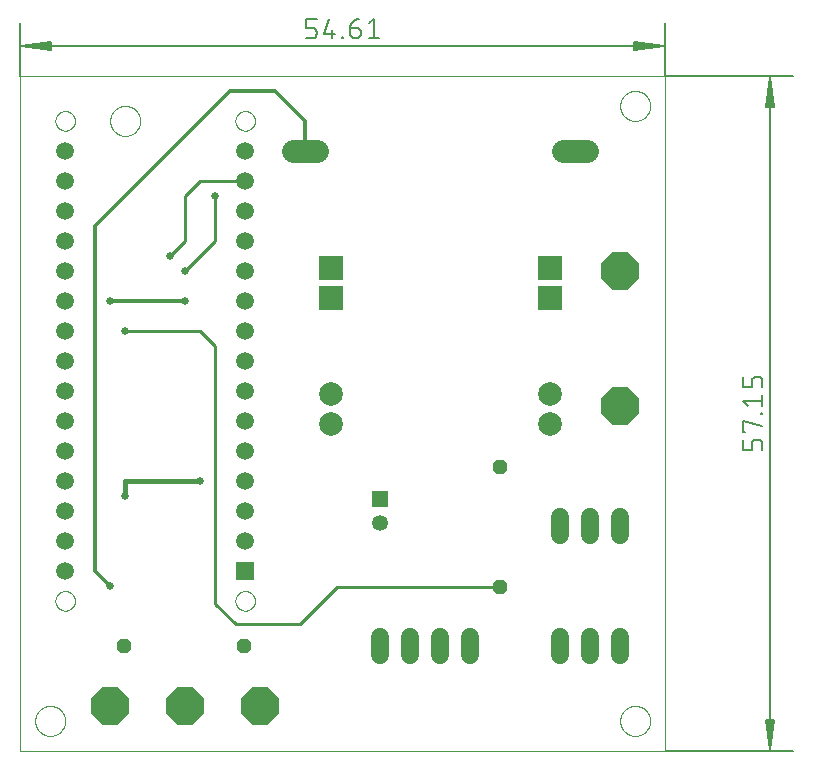
<source format=gtl>
G75*
%MOIN*%
%OFA0B0*%
%FSLAX25Y25*%
%IPPOS*%
%LPD*%
%AMOC8*
5,1,8,0,0,1.08239X$1,22.5*
%
%ADD10C,0.00000*%
%ADD11C,0.00512*%
%ADD12C,0.00600*%
%ADD13C,0.07800*%
%ADD14R,0.05906X0.05906*%
%ADD15C,0.05906*%
%ADD16OC8,0.12500*%
%ADD17C,0.07874*%
%ADD18R,0.07874X0.07874*%
%ADD19C,0.06000*%
%ADD20R,0.05315X0.05315*%
%ADD21C,0.05315*%
%ADD22OC8,0.04800*%
%ADD23C,0.02578*%
%ADD24C,0.01200*%
%ADD25C,0.01600*%
%ADD26C,0.01000*%
D10*
X0002667Y0001256D02*
X0002667Y0226217D01*
X0217667Y0226256D01*
X0217667Y0001256D01*
X0002667Y0001256D01*
X0007667Y0011256D02*
X0007669Y0011397D01*
X0007675Y0011538D01*
X0007685Y0011678D01*
X0007699Y0011818D01*
X0007717Y0011958D01*
X0007738Y0012097D01*
X0007764Y0012236D01*
X0007793Y0012374D01*
X0007827Y0012510D01*
X0007864Y0012646D01*
X0007905Y0012781D01*
X0007950Y0012915D01*
X0007999Y0013047D01*
X0008051Y0013178D01*
X0008107Y0013307D01*
X0008167Y0013434D01*
X0008230Y0013560D01*
X0008296Y0013684D01*
X0008367Y0013807D01*
X0008440Y0013927D01*
X0008517Y0014045D01*
X0008597Y0014161D01*
X0008681Y0014274D01*
X0008767Y0014385D01*
X0008857Y0014494D01*
X0008950Y0014600D01*
X0009045Y0014703D01*
X0009144Y0014804D01*
X0009245Y0014902D01*
X0009349Y0014997D01*
X0009456Y0015089D01*
X0009565Y0015178D01*
X0009677Y0015263D01*
X0009791Y0015346D01*
X0009907Y0015426D01*
X0010026Y0015502D01*
X0010147Y0015574D01*
X0010269Y0015644D01*
X0010394Y0015709D01*
X0010520Y0015772D01*
X0010648Y0015830D01*
X0010778Y0015885D01*
X0010909Y0015937D01*
X0011042Y0015984D01*
X0011176Y0016028D01*
X0011311Y0016069D01*
X0011447Y0016105D01*
X0011584Y0016137D01*
X0011722Y0016166D01*
X0011860Y0016191D01*
X0012000Y0016211D01*
X0012140Y0016228D01*
X0012280Y0016241D01*
X0012421Y0016250D01*
X0012561Y0016255D01*
X0012702Y0016256D01*
X0012843Y0016253D01*
X0012984Y0016246D01*
X0013124Y0016235D01*
X0013264Y0016220D01*
X0013404Y0016201D01*
X0013543Y0016179D01*
X0013681Y0016152D01*
X0013819Y0016122D01*
X0013955Y0016087D01*
X0014091Y0016049D01*
X0014225Y0016007D01*
X0014359Y0015961D01*
X0014491Y0015912D01*
X0014621Y0015858D01*
X0014750Y0015801D01*
X0014877Y0015741D01*
X0015003Y0015677D01*
X0015126Y0015609D01*
X0015248Y0015538D01*
X0015368Y0015464D01*
X0015485Y0015386D01*
X0015600Y0015305D01*
X0015713Y0015221D01*
X0015824Y0015134D01*
X0015932Y0015043D01*
X0016037Y0014950D01*
X0016140Y0014853D01*
X0016240Y0014754D01*
X0016337Y0014652D01*
X0016431Y0014547D01*
X0016522Y0014440D01*
X0016610Y0014330D01*
X0016695Y0014218D01*
X0016777Y0014103D01*
X0016856Y0013986D01*
X0016931Y0013867D01*
X0017003Y0013746D01*
X0017071Y0013623D01*
X0017136Y0013498D01*
X0017198Y0013371D01*
X0017255Y0013242D01*
X0017310Y0013112D01*
X0017360Y0012981D01*
X0017407Y0012848D01*
X0017450Y0012714D01*
X0017489Y0012578D01*
X0017524Y0012442D01*
X0017556Y0012305D01*
X0017583Y0012167D01*
X0017607Y0012028D01*
X0017627Y0011888D01*
X0017643Y0011748D01*
X0017655Y0011608D01*
X0017663Y0011467D01*
X0017667Y0011326D01*
X0017667Y0011186D01*
X0017663Y0011045D01*
X0017655Y0010904D01*
X0017643Y0010764D01*
X0017627Y0010624D01*
X0017607Y0010484D01*
X0017583Y0010345D01*
X0017556Y0010207D01*
X0017524Y0010070D01*
X0017489Y0009934D01*
X0017450Y0009798D01*
X0017407Y0009664D01*
X0017360Y0009531D01*
X0017310Y0009400D01*
X0017255Y0009270D01*
X0017198Y0009141D01*
X0017136Y0009014D01*
X0017071Y0008889D01*
X0017003Y0008766D01*
X0016931Y0008645D01*
X0016856Y0008526D01*
X0016777Y0008409D01*
X0016695Y0008294D01*
X0016610Y0008182D01*
X0016522Y0008072D01*
X0016431Y0007965D01*
X0016337Y0007860D01*
X0016240Y0007758D01*
X0016140Y0007659D01*
X0016037Y0007562D01*
X0015932Y0007469D01*
X0015824Y0007378D01*
X0015713Y0007291D01*
X0015600Y0007207D01*
X0015485Y0007126D01*
X0015368Y0007048D01*
X0015248Y0006974D01*
X0015126Y0006903D01*
X0015003Y0006835D01*
X0014877Y0006771D01*
X0014750Y0006711D01*
X0014621Y0006654D01*
X0014491Y0006600D01*
X0014359Y0006551D01*
X0014225Y0006505D01*
X0014091Y0006463D01*
X0013955Y0006425D01*
X0013819Y0006390D01*
X0013681Y0006360D01*
X0013543Y0006333D01*
X0013404Y0006311D01*
X0013264Y0006292D01*
X0013124Y0006277D01*
X0012984Y0006266D01*
X0012843Y0006259D01*
X0012702Y0006256D01*
X0012561Y0006257D01*
X0012421Y0006262D01*
X0012280Y0006271D01*
X0012140Y0006284D01*
X0012000Y0006301D01*
X0011860Y0006321D01*
X0011722Y0006346D01*
X0011584Y0006375D01*
X0011447Y0006407D01*
X0011311Y0006443D01*
X0011176Y0006484D01*
X0011042Y0006528D01*
X0010909Y0006575D01*
X0010778Y0006627D01*
X0010648Y0006682D01*
X0010520Y0006740D01*
X0010394Y0006803D01*
X0010269Y0006868D01*
X0010147Y0006938D01*
X0010026Y0007010D01*
X0009907Y0007086D01*
X0009791Y0007166D01*
X0009677Y0007249D01*
X0009565Y0007334D01*
X0009456Y0007423D01*
X0009349Y0007515D01*
X0009245Y0007610D01*
X0009144Y0007708D01*
X0009045Y0007809D01*
X0008950Y0007912D01*
X0008857Y0008018D01*
X0008767Y0008127D01*
X0008681Y0008238D01*
X0008597Y0008351D01*
X0008517Y0008467D01*
X0008440Y0008585D01*
X0008367Y0008705D01*
X0008296Y0008828D01*
X0008230Y0008952D01*
X0008167Y0009078D01*
X0008107Y0009205D01*
X0008051Y0009334D01*
X0007999Y0009465D01*
X0007950Y0009597D01*
X0007905Y0009731D01*
X0007864Y0009866D01*
X0007827Y0010002D01*
X0007793Y0010138D01*
X0007764Y0010276D01*
X0007738Y0010415D01*
X0007717Y0010554D01*
X0007699Y0010694D01*
X0007685Y0010834D01*
X0007675Y0010974D01*
X0007669Y0011115D01*
X0007667Y0011256D01*
X0014417Y0051256D02*
X0014419Y0051369D01*
X0014425Y0051483D01*
X0014435Y0051596D01*
X0014449Y0051708D01*
X0014466Y0051820D01*
X0014488Y0051932D01*
X0014514Y0052042D01*
X0014543Y0052152D01*
X0014576Y0052260D01*
X0014613Y0052368D01*
X0014654Y0052473D01*
X0014698Y0052578D01*
X0014746Y0052681D01*
X0014797Y0052782D01*
X0014852Y0052881D01*
X0014911Y0052978D01*
X0014973Y0053073D01*
X0015038Y0053166D01*
X0015106Y0053257D01*
X0015177Y0053345D01*
X0015252Y0053431D01*
X0015329Y0053514D01*
X0015409Y0053594D01*
X0015492Y0053671D01*
X0015578Y0053746D01*
X0015666Y0053817D01*
X0015757Y0053885D01*
X0015850Y0053950D01*
X0015945Y0054012D01*
X0016042Y0054071D01*
X0016141Y0054126D01*
X0016242Y0054177D01*
X0016345Y0054225D01*
X0016450Y0054269D01*
X0016555Y0054310D01*
X0016663Y0054347D01*
X0016771Y0054380D01*
X0016881Y0054409D01*
X0016991Y0054435D01*
X0017103Y0054457D01*
X0017215Y0054474D01*
X0017327Y0054488D01*
X0017440Y0054498D01*
X0017554Y0054504D01*
X0017667Y0054506D01*
X0017780Y0054504D01*
X0017894Y0054498D01*
X0018007Y0054488D01*
X0018119Y0054474D01*
X0018231Y0054457D01*
X0018343Y0054435D01*
X0018453Y0054409D01*
X0018563Y0054380D01*
X0018671Y0054347D01*
X0018779Y0054310D01*
X0018884Y0054269D01*
X0018989Y0054225D01*
X0019092Y0054177D01*
X0019193Y0054126D01*
X0019292Y0054071D01*
X0019389Y0054012D01*
X0019484Y0053950D01*
X0019577Y0053885D01*
X0019668Y0053817D01*
X0019756Y0053746D01*
X0019842Y0053671D01*
X0019925Y0053594D01*
X0020005Y0053514D01*
X0020082Y0053431D01*
X0020157Y0053345D01*
X0020228Y0053257D01*
X0020296Y0053166D01*
X0020361Y0053073D01*
X0020423Y0052978D01*
X0020482Y0052881D01*
X0020537Y0052782D01*
X0020588Y0052681D01*
X0020636Y0052578D01*
X0020680Y0052473D01*
X0020721Y0052368D01*
X0020758Y0052260D01*
X0020791Y0052152D01*
X0020820Y0052042D01*
X0020846Y0051932D01*
X0020868Y0051820D01*
X0020885Y0051708D01*
X0020899Y0051596D01*
X0020909Y0051483D01*
X0020915Y0051369D01*
X0020917Y0051256D01*
X0020915Y0051143D01*
X0020909Y0051029D01*
X0020899Y0050916D01*
X0020885Y0050804D01*
X0020868Y0050692D01*
X0020846Y0050580D01*
X0020820Y0050470D01*
X0020791Y0050360D01*
X0020758Y0050252D01*
X0020721Y0050144D01*
X0020680Y0050039D01*
X0020636Y0049934D01*
X0020588Y0049831D01*
X0020537Y0049730D01*
X0020482Y0049631D01*
X0020423Y0049534D01*
X0020361Y0049439D01*
X0020296Y0049346D01*
X0020228Y0049255D01*
X0020157Y0049167D01*
X0020082Y0049081D01*
X0020005Y0048998D01*
X0019925Y0048918D01*
X0019842Y0048841D01*
X0019756Y0048766D01*
X0019668Y0048695D01*
X0019577Y0048627D01*
X0019484Y0048562D01*
X0019389Y0048500D01*
X0019292Y0048441D01*
X0019193Y0048386D01*
X0019092Y0048335D01*
X0018989Y0048287D01*
X0018884Y0048243D01*
X0018779Y0048202D01*
X0018671Y0048165D01*
X0018563Y0048132D01*
X0018453Y0048103D01*
X0018343Y0048077D01*
X0018231Y0048055D01*
X0018119Y0048038D01*
X0018007Y0048024D01*
X0017894Y0048014D01*
X0017780Y0048008D01*
X0017667Y0048006D01*
X0017554Y0048008D01*
X0017440Y0048014D01*
X0017327Y0048024D01*
X0017215Y0048038D01*
X0017103Y0048055D01*
X0016991Y0048077D01*
X0016881Y0048103D01*
X0016771Y0048132D01*
X0016663Y0048165D01*
X0016555Y0048202D01*
X0016450Y0048243D01*
X0016345Y0048287D01*
X0016242Y0048335D01*
X0016141Y0048386D01*
X0016042Y0048441D01*
X0015945Y0048500D01*
X0015850Y0048562D01*
X0015757Y0048627D01*
X0015666Y0048695D01*
X0015578Y0048766D01*
X0015492Y0048841D01*
X0015409Y0048918D01*
X0015329Y0048998D01*
X0015252Y0049081D01*
X0015177Y0049167D01*
X0015106Y0049255D01*
X0015038Y0049346D01*
X0014973Y0049439D01*
X0014911Y0049534D01*
X0014852Y0049631D01*
X0014797Y0049730D01*
X0014746Y0049831D01*
X0014698Y0049934D01*
X0014654Y0050039D01*
X0014613Y0050144D01*
X0014576Y0050252D01*
X0014543Y0050360D01*
X0014514Y0050470D01*
X0014488Y0050580D01*
X0014466Y0050692D01*
X0014449Y0050804D01*
X0014435Y0050916D01*
X0014425Y0051029D01*
X0014419Y0051143D01*
X0014417Y0051256D01*
X0074417Y0051256D02*
X0074419Y0051369D01*
X0074425Y0051483D01*
X0074435Y0051596D01*
X0074449Y0051708D01*
X0074466Y0051820D01*
X0074488Y0051932D01*
X0074514Y0052042D01*
X0074543Y0052152D01*
X0074576Y0052260D01*
X0074613Y0052368D01*
X0074654Y0052473D01*
X0074698Y0052578D01*
X0074746Y0052681D01*
X0074797Y0052782D01*
X0074852Y0052881D01*
X0074911Y0052978D01*
X0074973Y0053073D01*
X0075038Y0053166D01*
X0075106Y0053257D01*
X0075177Y0053345D01*
X0075252Y0053431D01*
X0075329Y0053514D01*
X0075409Y0053594D01*
X0075492Y0053671D01*
X0075578Y0053746D01*
X0075666Y0053817D01*
X0075757Y0053885D01*
X0075850Y0053950D01*
X0075945Y0054012D01*
X0076042Y0054071D01*
X0076141Y0054126D01*
X0076242Y0054177D01*
X0076345Y0054225D01*
X0076450Y0054269D01*
X0076555Y0054310D01*
X0076663Y0054347D01*
X0076771Y0054380D01*
X0076881Y0054409D01*
X0076991Y0054435D01*
X0077103Y0054457D01*
X0077215Y0054474D01*
X0077327Y0054488D01*
X0077440Y0054498D01*
X0077554Y0054504D01*
X0077667Y0054506D01*
X0077780Y0054504D01*
X0077894Y0054498D01*
X0078007Y0054488D01*
X0078119Y0054474D01*
X0078231Y0054457D01*
X0078343Y0054435D01*
X0078453Y0054409D01*
X0078563Y0054380D01*
X0078671Y0054347D01*
X0078779Y0054310D01*
X0078884Y0054269D01*
X0078989Y0054225D01*
X0079092Y0054177D01*
X0079193Y0054126D01*
X0079292Y0054071D01*
X0079389Y0054012D01*
X0079484Y0053950D01*
X0079577Y0053885D01*
X0079668Y0053817D01*
X0079756Y0053746D01*
X0079842Y0053671D01*
X0079925Y0053594D01*
X0080005Y0053514D01*
X0080082Y0053431D01*
X0080157Y0053345D01*
X0080228Y0053257D01*
X0080296Y0053166D01*
X0080361Y0053073D01*
X0080423Y0052978D01*
X0080482Y0052881D01*
X0080537Y0052782D01*
X0080588Y0052681D01*
X0080636Y0052578D01*
X0080680Y0052473D01*
X0080721Y0052368D01*
X0080758Y0052260D01*
X0080791Y0052152D01*
X0080820Y0052042D01*
X0080846Y0051932D01*
X0080868Y0051820D01*
X0080885Y0051708D01*
X0080899Y0051596D01*
X0080909Y0051483D01*
X0080915Y0051369D01*
X0080917Y0051256D01*
X0080915Y0051143D01*
X0080909Y0051029D01*
X0080899Y0050916D01*
X0080885Y0050804D01*
X0080868Y0050692D01*
X0080846Y0050580D01*
X0080820Y0050470D01*
X0080791Y0050360D01*
X0080758Y0050252D01*
X0080721Y0050144D01*
X0080680Y0050039D01*
X0080636Y0049934D01*
X0080588Y0049831D01*
X0080537Y0049730D01*
X0080482Y0049631D01*
X0080423Y0049534D01*
X0080361Y0049439D01*
X0080296Y0049346D01*
X0080228Y0049255D01*
X0080157Y0049167D01*
X0080082Y0049081D01*
X0080005Y0048998D01*
X0079925Y0048918D01*
X0079842Y0048841D01*
X0079756Y0048766D01*
X0079668Y0048695D01*
X0079577Y0048627D01*
X0079484Y0048562D01*
X0079389Y0048500D01*
X0079292Y0048441D01*
X0079193Y0048386D01*
X0079092Y0048335D01*
X0078989Y0048287D01*
X0078884Y0048243D01*
X0078779Y0048202D01*
X0078671Y0048165D01*
X0078563Y0048132D01*
X0078453Y0048103D01*
X0078343Y0048077D01*
X0078231Y0048055D01*
X0078119Y0048038D01*
X0078007Y0048024D01*
X0077894Y0048014D01*
X0077780Y0048008D01*
X0077667Y0048006D01*
X0077554Y0048008D01*
X0077440Y0048014D01*
X0077327Y0048024D01*
X0077215Y0048038D01*
X0077103Y0048055D01*
X0076991Y0048077D01*
X0076881Y0048103D01*
X0076771Y0048132D01*
X0076663Y0048165D01*
X0076555Y0048202D01*
X0076450Y0048243D01*
X0076345Y0048287D01*
X0076242Y0048335D01*
X0076141Y0048386D01*
X0076042Y0048441D01*
X0075945Y0048500D01*
X0075850Y0048562D01*
X0075757Y0048627D01*
X0075666Y0048695D01*
X0075578Y0048766D01*
X0075492Y0048841D01*
X0075409Y0048918D01*
X0075329Y0048998D01*
X0075252Y0049081D01*
X0075177Y0049167D01*
X0075106Y0049255D01*
X0075038Y0049346D01*
X0074973Y0049439D01*
X0074911Y0049534D01*
X0074852Y0049631D01*
X0074797Y0049730D01*
X0074746Y0049831D01*
X0074698Y0049934D01*
X0074654Y0050039D01*
X0074613Y0050144D01*
X0074576Y0050252D01*
X0074543Y0050360D01*
X0074514Y0050470D01*
X0074488Y0050580D01*
X0074466Y0050692D01*
X0074449Y0050804D01*
X0074435Y0050916D01*
X0074425Y0051029D01*
X0074419Y0051143D01*
X0074417Y0051256D01*
X0202667Y0011256D02*
X0202669Y0011397D01*
X0202675Y0011538D01*
X0202685Y0011678D01*
X0202699Y0011818D01*
X0202717Y0011958D01*
X0202738Y0012097D01*
X0202764Y0012236D01*
X0202793Y0012374D01*
X0202827Y0012510D01*
X0202864Y0012646D01*
X0202905Y0012781D01*
X0202950Y0012915D01*
X0202999Y0013047D01*
X0203051Y0013178D01*
X0203107Y0013307D01*
X0203167Y0013434D01*
X0203230Y0013560D01*
X0203296Y0013684D01*
X0203367Y0013807D01*
X0203440Y0013927D01*
X0203517Y0014045D01*
X0203597Y0014161D01*
X0203681Y0014274D01*
X0203767Y0014385D01*
X0203857Y0014494D01*
X0203950Y0014600D01*
X0204045Y0014703D01*
X0204144Y0014804D01*
X0204245Y0014902D01*
X0204349Y0014997D01*
X0204456Y0015089D01*
X0204565Y0015178D01*
X0204677Y0015263D01*
X0204791Y0015346D01*
X0204907Y0015426D01*
X0205026Y0015502D01*
X0205147Y0015574D01*
X0205269Y0015644D01*
X0205394Y0015709D01*
X0205520Y0015772D01*
X0205648Y0015830D01*
X0205778Y0015885D01*
X0205909Y0015937D01*
X0206042Y0015984D01*
X0206176Y0016028D01*
X0206311Y0016069D01*
X0206447Y0016105D01*
X0206584Y0016137D01*
X0206722Y0016166D01*
X0206860Y0016191D01*
X0207000Y0016211D01*
X0207140Y0016228D01*
X0207280Y0016241D01*
X0207421Y0016250D01*
X0207561Y0016255D01*
X0207702Y0016256D01*
X0207843Y0016253D01*
X0207984Y0016246D01*
X0208124Y0016235D01*
X0208264Y0016220D01*
X0208404Y0016201D01*
X0208543Y0016179D01*
X0208681Y0016152D01*
X0208819Y0016122D01*
X0208955Y0016087D01*
X0209091Y0016049D01*
X0209225Y0016007D01*
X0209359Y0015961D01*
X0209491Y0015912D01*
X0209621Y0015858D01*
X0209750Y0015801D01*
X0209877Y0015741D01*
X0210003Y0015677D01*
X0210126Y0015609D01*
X0210248Y0015538D01*
X0210368Y0015464D01*
X0210485Y0015386D01*
X0210600Y0015305D01*
X0210713Y0015221D01*
X0210824Y0015134D01*
X0210932Y0015043D01*
X0211037Y0014950D01*
X0211140Y0014853D01*
X0211240Y0014754D01*
X0211337Y0014652D01*
X0211431Y0014547D01*
X0211522Y0014440D01*
X0211610Y0014330D01*
X0211695Y0014218D01*
X0211777Y0014103D01*
X0211856Y0013986D01*
X0211931Y0013867D01*
X0212003Y0013746D01*
X0212071Y0013623D01*
X0212136Y0013498D01*
X0212198Y0013371D01*
X0212255Y0013242D01*
X0212310Y0013112D01*
X0212360Y0012981D01*
X0212407Y0012848D01*
X0212450Y0012714D01*
X0212489Y0012578D01*
X0212524Y0012442D01*
X0212556Y0012305D01*
X0212583Y0012167D01*
X0212607Y0012028D01*
X0212627Y0011888D01*
X0212643Y0011748D01*
X0212655Y0011608D01*
X0212663Y0011467D01*
X0212667Y0011326D01*
X0212667Y0011186D01*
X0212663Y0011045D01*
X0212655Y0010904D01*
X0212643Y0010764D01*
X0212627Y0010624D01*
X0212607Y0010484D01*
X0212583Y0010345D01*
X0212556Y0010207D01*
X0212524Y0010070D01*
X0212489Y0009934D01*
X0212450Y0009798D01*
X0212407Y0009664D01*
X0212360Y0009531D01*
X0212310Y0009400D01*
X0212255Y0009270D01*
X0212198Y0009141D01*
X0212136Y0009014D01*
X0212071Y0008889D01*
X0212003Y0008766D01*
X0211931Y0008645D01*
X0211856Y0008526D01*
X0211777Y0008409D01*
X0211695Y0008294D01*
X0211610Y0008182D01*
X0211522Y0008072D01*
X0211431Y0007965D01*
X0211337Y0007860D01*
X0211240Y0007758D01*
X0211140Y0007659D01*
X0211037Y0007562D01*
X0210932Y0007469D01*
X0210824Y0007378D01*
X0210713Y0007291D01*
X0210600Y0007207D01*
X0210485Y0007126D01*
X0210368Y0007048D01*
X0210248Y0006974D01*
X0210126Y0006903D01*
X0210003Y0006835D01*
X0209877Y0006771D01*
X0209750Y0006711D01*
X0209621Y0006654D01*
X0209491Y0006600D01*
X0209359Y0006551D01*
X0209225Y0006505D01*
X0209091Y0006463D01*
X0208955Y0006425D01*
X0208819Y0006390D01*
X0208681Y0006360D01*
X0208543Y0006333D01*
X0208404Y0006311D01*
X0208264Y0006292D01*
X0208124Y0006277D01*
X0207984Y0006266D01*
X0207843Y0006259D01*
X0207702Y0006256D01*
X0207561Y0006257D01*
X0207421Y0006262D01*
X0207280Y0006271D01*
X0207140Y0006284D01*
X0207000Y0006301D01*
X0206860Y0006321D01*
X0206722Y0006346D01*
X0206584Y0006375D01*
X0206447Y0006407D01*
X0206311Y0006443D01*
X0206176Y0006484D01*
X0206042Y0006528D01*
X0205909Y0006575D01*
X0205778Y0006627D01*
X0205648Y0006682D01*
X0205520Y0006740D01*
X0205394Y0006803D01*
X0205269Y0006868D01*
X0205147Y0006938D01*
X0205026Y0007010D01*
X0204907Y0007086D01*
X0204791Y0007166D01*
X0204677Y0007249D01*
X0204565Y0007334D01*
X0204456Y0007423D01*
X0204349Y0007515D01*
X0204245Y0007610D01*
X0204144Y0007708D01*
X0204045Y0007809D01*
X0203950Y0007912D01*
X0203857Y0008018D01*
X0203767Y0008127D01*
X0203681Y0008238D01*
X0203597Y0008351D01*
X0203517Y0008467D01*
X0203440Y0008585D01*
X0203367Y0008705D01*
X0203296Y0008828D01*
X0203230Y0008952D01*
X0203167Y0009078D01*
X0203107Y0009205D01*
X0203051Y0009334D01*
X0202999Y0009465D01*
X0202950Y0009597D01*
X0202905Y0009731D01*
X0202864Y0009866D01*
X0202827Y0010002D01*
X0202793Y0010138D01*
X0202764Y0010276D01*
X0202738Y0010415D01*
X0202717Y0010554D01*
X0202699Y0010694D01*
X0202685Y0010834D01*
X0202675Y0010974D01*
X0202669Y0011115D01*
X0202667Y0011256D01*
X0074417Y0211256D02*
X0074419Y0211369D01*
X0074425Y0211483D01*
X0074435Y0211596D01*
X0074449Y0211708D01*
X0074466Y0211820D01*
X0074488Y0211932D01*
X0074514Y0212042D01*
X0074543Y0212152D01*
X0074576Y0212260D01*
X0074613Y0212368D01*
X0074654Y0212473D01*
X0074698Y0212578D01*
X0074746Y0212681D01*
X0074797Y0212782D01*
X0074852Y0212881D01*
X0074911Y0212978D01*
X0074973Y0213073D01*
X0075038Y0213166D01*
X0075106Y0213257D01*
X0075177Y0213345D01*
X0075252Y0213431D01*
X0075329Y0213514D01*
X0075409Y0213594D01*
X0075492Y0213671D01*
X0075578Y0213746D01*
X0075666Y0213817D01*
X0075757Y0213885D01*
X0075850Y0213950D01*
X0075945Y0214012D01*
X0076042Y0214071D01*
X0076141Y0214126D01*
X0076242Y0214177D01*
X0076345Y0214225D01*
X0076450Y0214269D01*
X0076555Y0214310D01*
X0076663Y0214347D01*
X0076771Y0214380D01*
X0076881Y0214409D01*
X0076991Y0214435D01*
X0077103Y0214457D01*
X0077215Y0214474D01*
X0077327Y0214488D01*
X0077440Y0214498D01*
X0077554Y0214504D01*
X0077667Y0214506D01*
X0077780Y0214504D01*
X0077894Y0214498D01*
X0078007Y0214488D01*
X0078119Y0214474D01*
X0078231Y0214457D01*
X0078343Y0214435D01*
X0078453Y0214409D01*
X0078563Y0214380D01*
X0078671Y0214347D01*
X0078779Y0214310D01*
X0078884Y0214269D01*
X0078989Y0214225D01*
X0079092Y0214177D01*
X0079193Y0214126D01*
X0079292Y0214071D01*
X0079389Y0214012D01*
X0079484Y0213950D01*
X0079577Y0213885D01*
X0079668Y0213817D01*
X0079756Y0213746D01*
X0079842Y0213671D01*
X0079925Y0213594D01*
X0080005Y0213514D01*
X0080082Y0213431D01*
X0080157Y0213345D01*
X0080228Y0213257D01*
X0080296Y0213166D01*
X0080361Y0213073D01*
X0080423Y0212978D01*
X0080482Y0212881D01*
X0080537Y0212782D01*
X0080588Y0212681D01*
X0080636Y0212578D01*
X0080680Y0212473D01*
X0080721Y0212368D01*
X0080758Y0212260D01*
X0080791Y0212152D01*
X0080820Y0212042D01*
X0080846Y0211932D01*
X0080868Y0211820D01*
X0080885Y0211708D01*
X0080899Y0211596D01*
X0080909Y0211483D01*
X0080915Y0211369D01*
X0080917Y0211256D01*
X0080915Y0211143D01*
X0080909Y0211029D01*
X0080899Y0210916D01*
X0080885Y0210804D01*
X0080868Y0210692D01*
X0080846Y0210580D01*
X0080820Y0210470D01*
X0080791Y0210360D01*
X0080758Y0210252D01*
X0080721Y0210144D01*
X0080680Y0210039D01*
X0080636Y0209934D01*
X0080588Y0209831D01*
X0080537Y0209730D01*
X0080482Y0209631D01*
X0080423Y0209534D01*
X0080361Y0209439D01*
X0080296Y0209346D01*
X0080228Y0209255D01*
X0080157Y0209167D01*
X0080082Y0209081D01*
X0080005Y0208998D01*
X0079925Y0208918D01*
X0079842Y0208841D01*
X0079756Y0208766D01*
X0079668Y0208695D01*
X0079577Y0208627D01*
X0079484Y0208562D01*
X0079389Y0208500D01*
X0079292Y0208441D01*
X0079193Y0208386D01*
X0079092Y0208335D01*
X0078989Y0208287D01*
X0078884Y0208243D01*
X0078779Y0208202D01*
X0078671Y0208165D01*
X0078563Y0208132D01*
X0078453Y0208103D01*
X0078343Y0208077D01*
X0078231Y0208055D01*
X0078119Y0208038D01*
X0078007Y0208024D01*
X0077894Y0208014D01*
X0077780Y0208008D01*
X0077667Y0208006D01*
X0077554Y0208008D01*
X0077440Y0208014D01*
X0077327Y0208024D01*
X0077215Y0208038D01*
X0077103Y0208055D01*
X0076991Y0208077D01*
X0076881Y0208103D01*
X0076771Y0208132D01*
X0076663Y0208165D01*
X0076555Y0208202D01*
X0076450Y0208243D01*
X0076345Y0208287D01*
X0076242Y0208335D01*
X0076141Y0208386D01*
X0076042Y0208441D01*
X0075945Y0208500D01*
X0075850Y0208562D01*
X0075757Y0208627D01*
X0075666Y0208695D01*
X0075578Y0208766D01*
X0075492Y0208841D01*
X0075409Y0208918D01*
X0075329Y0208998D01*
X0075252Y0209081D01*
X0075177Y0209167D01*
X0075106Y0209255D01*
X0075038Y0209346D01*
X0074973Y0209439D01*
X0074911Y0209534D01*
X0074852Y0209631D01*
X0074797Y0209730D01*
X0074746Y0209831D01*
X0074698Y0209934D01*
X0074654Y0210039D01*
X0074613Y0210144D01*
X0074576Y0210252D01*
X0074543Y0210360D01*
X0074514Y0210470D01*
X0074488Y0210580D01*
X0074466Y0210692D01*
X0074449Y0210804D01*
X0074435Y0210916D01*
X0074425Y0211029D01*
X0074419Y0211143D01*
X0074417Y0211256D01*
X0032667Y0211256D02*
X0032669Y0211397D01*
X0032675Y0211538D01*
X0032685Y0211678D01*
X0032699Y0211818D01*
X0032717Y0211958D01*
X0032738Y0212097D01*
X0032764Y0212236D01*
X0032793Y0212374D01*
X0032827Y0212510D01*
X0032864Y0212646D01*
X0032905Y0212781D01*
X0032950Y0212915D01*
X0032999Y0213047D01*
X0033051Y0213178D01*
X0033107Y0213307D01*
X0033167Y0213434D01*
X0033230Y0213560D01*
X0033296Y0213684D01*
X0033367Y0213807D01*
X0033440Y0213927D01*
X0033517Y0214045D01*
X0033597Y0214161D01*
X0033681Y0214274D01*
X0033767Y0214385D01*
X0033857Y0214494D01*
X0033950Y0214600D01*
X0034045Y0214703D01*
X0034144Y0214804D01*
X0034245Y0214902D01*
X0034349Y0214997D01*
X0034456Y0215089D01*
X0034565Y0215178D01*
X0034677Y0215263D01*
X0034791Y0215346D01*
X0034907Y0215426D01*
X0035026Y0215502D01*
X0035147Y0215574D01*
X0035269Y0215644D01*
X0035394Y0215709D01*
X0035520Y0215772D01*
X0035648Y0215830D01*
X0035778Y0215885D01*
X0035909Y0215937D01*
X0036042Y0215984D01*
X0036176Y0216028D01*
X0036311Y0216069D01*
X0036447Y0216105D01*
X0036584Y0216137D01*
X0036722Y0216166D01*
X0036860Y0216191D01*
X0037000Y0216211D01*
X0037140Y0216228D01*
X0037280Y0216241D01*
X0037421Y0216250D01*
X0037561Y0216255D01*
X0037702Y0216256D01*
X0037843Y0216253D01*
X0037984Y0216246D01*
X0038124Y0216235D01*
X0038264Y0216220D01*
X0038404Y0216201D01*
X0038543Y0216179D01*
X0038681Y0216152D01*
X0038819Y0216122D01*
X0038955Y0216087D01*
X0039091Y0216049D01*
X0039225Y0216007D01*
X0039359Y0215961D01*
X0039491Y0215912D01*
X0039621Y0215858D01*
X0039750Y0215801D01*
X0039877Y0215741D01*
X0040003Y0215677D01*
X0040126Y0215609D01*
X0040248Y0215538D01*
X0040368Y0215464D01*
X0040485Y0215386D01*
X0040600Y0215305D01*
X0040713Y0215221D01*
X0040824Y0215134D01*
X0040932Y0215043D01*
X0041037Y0214950D01*
X0041140Y0214853D01*
X0041240Y0214754D01*
X0041337Y0214652D01*
X0041431Y0214547D01*
X0041522Y0214440D01*
X0041610Y0214330D01*
X0041695Y0214218D01*
X0041777Y0214103D01*
X0041856Y0213986D01*
X0041931Y0213867D01*
X0042003Y0213746D01*
X0042071Y0213623D01*
X0042136Y0213498D01*
X0042198Y0213371D01*
X0042255Y0213242D01*
X0042310Y0213112D01*
X0042360Y0212981D01*
X0042407Y0212848D01*
X0042450Y0212714D01*
X0042489Y0212578D01*
X0042524Y0212442D01*
X0042556Y0212305D01*
X0042583Y0212167D01*
X0042607Y0212028D01*
X0042627Y0211888D01*
X0042643Y0211748D01*
X0042655Y0211608D01*
X0042663Y0211467D01*
X0042667Y0211326D01*
X0042667Y0211186D01*
X0042663Y0211045D01*
X0042655Y0210904D01*
X0042643Y0210764D01*
X0042627Y0210624D01*
X0042607Y0210484D01*
X0042583Y0210345D01*
X0042556Y0210207D01*
X0042524Y0210070D01*
X0042489Y0209934D01*
X0042450Y0209798D01*
X0042407Y0209664D01*
X0042360Y0209531D01*
X0042310Y0209400D01*
X0042255Y0209270D01*
X0042198Y0209141D01*
X0042136Y0209014D01*
X0042071Y0208889D01*
X0042003Y0208766D01*
X0041931Y0208645D01*
X0041856Y0208526D01*
X0041777Y0208409D01*
X0041695Y0208294D01*
X0041610Y0208182D01*
X0041522Y0208072D01*
X0041431Y0207965D01*
X0041337Y0207860D01*
X0041240Y0207758D01*
X0041140Y0207659D01*
X0041037Y0207562D01*
X0040932Y0207469D01*
X0040824Y0207378D01*
X0040713Y0207291D01*
X0040600Y0207207D01*
X0040485Y0207126D01*
X0040368Y0207048D01*
X0040248Y0206974D01*
X0040126Y0206903D01*
X0040003Y0206835D01*
X0039877Y0206771D01*
X0039750Y0206711D01*
X0039621Y0206654D01*
X0039491Y0206600D01*
X0039359Y0206551D01*
X0039225Y0206505D01*
X0039091Y0206463D01*
X0038955Y0206425D01*
X0038819Y0206390D01*
X0038681Y0206360D01*
X0038543Y0206333D01*
X0038404Y0206311D01*
X0038264Y0206292D01*
X0038124Y0206277D01*
X0037984Y0206266D01*
X0037843Y0206259D01*
X0037702Y0206256D01*
X0037561Y0206257D01*
X0037421Y0206262D01*
X0037280Y0206271D01*
X0037140Y0206284D01*
X0037000Y0206301D01*
X0036860Y0206321D01*
X0036722Y0206346D01*
X0036584Y0206375D01*
X0036447Y0206407D01*
X0036311Y0206443D01*
X0036176Y0206484D01*
X0036042Y0206528D01*
X0035909Y0206575D01*
X0035778Y0206627D01*
X0035648Y0206682D01*
X0035520Y0206740D01*
X0035394Y0206803D01*
X0035269Y0206868D01*
X0035147Y0206938D01*
X0035026Y0207010D01*
X0034907Y0207086D01*
X0034791Y0207166D01*
X0034677Y0207249D01*
X0034565Y0207334D01*
X0034456Y0207423D01*
X0034349Y0207515D01*
X0034245Y0207610D01*
X0034144Y0207708D01*
X0034045Y0207809D01*
X0033950Y0207912D01*
X0033857Y0208018D01*
X0033767Y0208127D01*
X0033681Y0208238D01*
X0033597Y0208351D01*
X0033517Y0208467D01*
X0033440Y0208585D01*
X0033367Y0208705D01*
X0033296Y0208828D01*
X0033230Y0208952D01*
X0033167Y0209078D01*
X0033107Y0209205D01*
X0033051Y0209334D01*
X0032999Y0209465D01*
X0032950Y0209597D01*
X0032905Y0209731D01*
X0032864Y0209866D01*
X0032827Y0210002D01*
X0032793Y0210138D01*
X0032764Y0210276D01*
X0032738Y0210415D01*
X0032717Y0210554D01*
X0032699Y0210694D01*
X0032685Y0210834D01*
X0032675Y0210974D01*
X0032669Y0211115D01*
X0032667Y0211256D01*
X0014417Y0211256D02*
X0014419Y0211369D01*
X0014425Y0211483D01*
X0014435Y0211596D01*
X0014449Y0211708D01*
X0014466Y0211820D01*
X0014488Y0211932D01*
X0014514Y0212042D01*
X0014543Y0212152D01*
X0014576Y0212260D01*
X0014613Y0212368D01*
X0014654Y0212473D01*
X0014698Y0212578D01*
X0014746Y0212681D01*
X0014797Y0212782D01*
X0014852Y0212881D01*
X0014911Y0212978D01*
X0014973Y0213073D01*
X0015038Y0213166D01*
X0015106Y0213257D01*
X0015177Y0213345D01*
X0015252Y0213431D01*
X0015329Y0213514D01*
X0015409Y0213594D01*
X0015492Y0213671D01*
X0015578Y0213746D01*
X0015666Y0213817D01*
X0015757Y0213885D01*
X0015850Y0213950D01*
X0015945Y0214012D01*
X0016042Y0214071D01*
X0016141Y0214126D01*
X0016242Y0214177D01*
X0016345Y0214225D01*
X0016450Y0214269D01*
X0016555Y0214310D01*
X0016663Y0214347D01*
X0016771Y0214380D01*
X0016881Y0214409D01*
X0016991Y0214435D01*
X0017103Y0214457D01*
X0017215Y0214474D01*
X0017327Y0214488D01*
X0017440Y0214498D01*
X0017554Y0214504D01*
X0017667Y0214506D01*
X0017780Y0214504D01*
X0017894Y0214498D01*
X0018007Y0214488D01*
X0018119Y0214474D01*
X0018231Y0214457D01*
X0018343Y0214435D01*
X0018453Y0214409D01*
X0018563Y0214380D01*
X0018671Y0214347D01*
X0018779Y0214310D01*
X0018884Y0214269D01*
X0018989Y0214225D01*
X0019092Y0214177D01*
X0019193Y0214126D01*
X0019292Y0214071D01*
X0019389Y0214012D01*
X0019484Y0213950D01*
X0019577Y0213885D01*
X0019668Y0213817D01*
X0019756Y0213746D01*
X0019842Y0213671D01*
X0019925Y0213594D01*
X0020005Y0213514D01*
X0020082Y0213431D01*
X0020157Y0213345D01*
X0020228Y0213257D01*
X0020296Y0213166D01*
X0020361Y0213073D01*
X0020423Y0212978D01*
X0020482Y0212881D01*
X0020537Y0212782D01*
X0020588Y0212681D01*
X0020636Y0212578D01*
X0020680Y0212473D01*
X0020721Y0212368D01*
X0020758Y0212260D01*
X0020791Y0212152D01*
X0020820Y0212042D01*
X0020846Y0211932D01*
X0020868Y0211820D01*
X0020885Y0211708D01*
X0020899Y0211596D01*
X0020909Y0211483D01*
X0020915Y0211369D01*
X0020917Y0211256D01*
X0020915Y0211143D01*
X0020909Y0211029D01*
X0020899Y0210916D01*
X0020885Y0210804D01*
X0020868Y0210692D01*
X0020846Y0210580D01*
X0020820Y0210470D01*
X0020791Y0210360D01*
X0020758Y0210252D01*
X0020721Y0210144D01*
X0020680Y0210039D01*
X0020636Y0209934D01*
X0020588Y0209831D01*
X0020537Y0209730D01*
X0020482Y0209631D01*
X0020423Y0209534D01*
X0020361Y0209439D01*
X0020296Y0209346D01*
X0020228Y0209255D01*
X0020157Y0209167D01*
X0020082Y0209081D01*
X0020005Y0208998D01*
X0019925Y0208918D01*
X0019842Y0208841D01*
X0019756Y0208766D01*
X0019668Y0208695D01*
X0019577Y0208627D01*
X0019484Y0208562D01*
X0019389Y0208500D01*
X0019292Y0208441D01*
X0019193Y0208386D01*
X0019092Y0208335D01*
X0018989Y0208287D01*
X0018884Y0208243D01*
X0018779Y0208202D01*
X0018671Y0208165D01*
X0018563Y0208132D01*
X0018453Y0208103D01*
X0018343Y0208077D01*
X0018231Y0208055D01*
X0018119Y0208038D01*
X0018007Y0208024D01*
X0017894Y0208014D01*
X0017780Y0208008D01*
X0017667Y0208006D01*
X0017554Y0208008D01*
X0017440Y0208014D01*
X0017327Y0208024D01*
X0017215Y0208038D01*
X0017103Y0208055D01*
X0016991Y0208077D01*
X0016881Y0208103D01*
X0016771Y0208132D01*
X0016663Y0208165D01*
X0016555Y0208202D01*
X0016450Y0208243D01*
X0016345Y0208287D01*
X0016242Y0208335D01*
X0016141Y0208386D01*
X0016042Y0208441D01*
X0015945Y0208500D01*
X0015850Y0208562D01*
X0015757Y0208627D01*
X0015666Y0208695D01*
X0015578Y0208766D01*
X0015492Y0208841D01*
X0015409Y0208918D01*
X0015329Y0208998D01*
X0015252Y0209081D01*
X0015177Y0209167D01*
X0015106Y0209255D01*
X0015038Y0209346D01*
X0014973Y0209439D01*
X0014911Y0209534D01*
X0014852Y0209631D01*
X0014797Y0209730D01*
X0014746Y0209831D01*
X0014698Y0209934D01*
X0014654Y0210039D01*
X0014613Y0210144D01*
X0014576Y0210252D01*
X0014543Y0210360D01*
X0014514Y0210470D01*
X0014488Y0210580D01*
X0014466Y0210692D01*
X0014449Y0210804D01*
X0014435Y0210916D01*
X0014425Y0211029D01*
X0014419Y0211143D01*
X0014417Y0211256D01*
X0202667Y0216256D02*
X0202669Y0216397D01*
X0202675Y0216538D01*
X0202685Y0216678D01*
X0202699Y0216818D01*
X0202717Y0216958D01*
X0202738Y0217097D01*
X0202764Y0217236D01*
X0202793Y0217374D01*
X0202827Y0217510D01*
X0202864Y0217646D01*
X0202905Y0217781D01*
X0202950Y0217915D01*
X0202999Y0218047D01*
X0203051Y0218178D01*
X0203107Y0218307D01*
X0203167Y0218434D01*
X0203230Y0218560D01*
X0203296Y0218684D01*
X0203367Y0218807D01*
X0203440Y0218927D01*
X0203517Y0219045D01*
X0203597Y0219161D01*
X0203681Y0219274D01*
X0203767Y0219385D01*
X0203857Y0219494D01*
X0203950Y0219600D01*
X0204045Y0219703D01*
X0204144Y0219804D01*
X0204245Y0219902D01*
X0204349Y0219997D01*
X0204456Y0220089D01*
X0204565Y0220178D01*
X0204677Y0220263D01*
X0204791Y0220346D01*
X0204907Y0220426D01*
X0205026Y0220502D01*
X0205147Y0220574D01*
X0205269Y0220644D01*
X0205394Y0220709D01*
X0205520Y0220772D01*
X0205648Y0220830D01*
X0205778Y0220885D01*
X0205909Y0220937D01*
X0206042Y0220984D01*
X0206176Y0221028D01*
X0206311Y0221069D01*
X0206447Y0221105D01*
X0206584Y0221137D01*
X0206722Y0221166D01*
X0206860Y0221191D01*
X0207000Y0221211D01*
X0207140Y0221228D01*
X0207280Y0221241D01*
X0207421Y0221250D01*
X0207561Y0221255D01*
X0207702Y0221256D01*
X0207843Y0221253D01*
X0207984Y0221246D01*
X0208124Y0221235D01*
X0208264Y0221220D01*
X0208404Y0221201D01*
X0208543Y0221179D01*
X0208681Y0221152D01*
X0208819Y0221122D01*
X0208955Y0221087D01*
X0209091Y0221049D01*
X0209225Y0221007D01*
X0209359Y0220961D01*
X0209491Y0220912D01*
X0209621Y0220858D01*
X0209750Y0220801D01*
X0209877Y0220741D01*
X0210003Y0220677D01*
X0210126Y0220609D01*
X0210248Y0220538D01*
X0210368Y0220464D01*
X0210485Y0220386D01*
X0210600Y0220305D01*
X0210713Y0220221D01*
X0210824Y0220134D01*
X0210932Y0220043D01*
X0211037Y0219950D01*
X0211140Y0219853D01*
X0211240Y0219754D01*
X0211337Y0219652D01*
X0211431Y0219547D01*
X0211522Y0219440D01*
X0211610Y0219330D01*
X0211695Y0219218D01*
X0211777Y0219103D01*
X0211856Y0218986D01*
X0211931Y0218867D01*
X0212003Y0218746D01*
X0212071Y0218623D01*
X0212136Y0218498D01*
X0212198Y0218371D01*
X0212255Y0218242D01*
X0212310Y0218112D01*
X0212360Y0217981D01*
X0212407Y0217848D01*
X0212450Y0217714D01*
X0212489Y0217578D01*
X0212524Y0217442D01*
X0212556Y0217305D01*
X0212583Y0217167D01*
X0212607Y0217028D01*
X0212627Y0216888D01*
X0212643Y0216748D01*
X0212655Y0216608D01*
X0212663Y0216467D01*
X0212667Y0216326D01*
X0212667Y0216186D01*
X0212663Y0216045D01*
X0212655Y0215904D01*
X0212643Y0215764D01*
X0212627Y0215624D01*
X0212607Y0215484D01*
X0212583Y0215345D01*
X0212556Y0215207D01*
X0212524Y0215070D01*
X0212489Y0214934D01*
X0212450Y0214798D01*
X0212407Y0214664D01*
X0212360Y0214531D01*
X0212310Y0214400D01*
X0212255Y0214270D01*
X0212198Y0214141D01*
X0212136Y0214014D01*
X0212071Y0213889D01*
X0212003Y0213766D01*
X0211931Y0213645D01*
X0211856Y0213526D01*
X0211777Y0213409D01*
X0211695Y0213294D01*
X0211610Y0213182D01*
X0211522Y0213072D01*
X0211431Y0212965D01*
X0211337Y0212860D01*
X0211240Y0212758D01*
X0211140Y0212659D01*
X0211037Y0212562D01*
X0210932Y0212469D01*
X0210824Y0212378D01*
X0210713Y0212291D01*
X0210600Y0212207D01*
X0210485Y0212126D01*
X0210368Y0212048D01*
X0210248Y0211974D01*
X0210126Y0211903D01*
X0210003Y0211835D01*
X0209877Y0211771D01*
X0209750Y0211711D01*
X0209621Y0211654D01*
X0209491Y0211600D01*
X0209359Y0211551D01*
X0209225Y0211505D01*
X0209091Y0211463D01*
X0208955Y0211425D01*
X0208819Y0211390D01*
X0208681Y0211360D01*
X0208543Y0211333D01*
X0208404Y0211311D01*
X0208264Y0211292D01*
X0208124Y0211277D01*
X0207984Y0211266D01*
X0207843Y0211259D01*
X0207702Y0211256D01*
X0207561Y0211257D01*
X0207421Y0211262D01*
X0207280Y0211271D01*
X0207140Y0211284D01*
X0207000Y0211301D01*
X0206860Y0211321D01*
X0206722Y0211346D01*
X0206584Y0211375D01*
X0206447Y0211407D01*
X0206311Y0211443D01*
X0206176Y0211484D01*
X0206042Y0211528D01*
X0205909Y0211575D01*
X0205778Y0211627D01*
X0205648Y0211682D01*
X0205520Y0211740D01*
X0205394Y0211803D01*
X0205269Y0211868D01*
X0205147Y0211938D01*
X0205026Y0212010D01*
X0204907Y0212086D01*
X0204791Y0212166D01*
X0204677Y0212249D01*
X0204565Y0212334D01*
X0204456Y0212423D01*
X0204349Y0212515D01*
X0204245Y0212610D01*
X0204144Y0212708D01*
X0204045Y0212809D01*
X0203950Y0212912D01*
X0203857Y0213018D01*
X0203767Y0213127D01*
X0203681Y0213238D01*
X0203597Y0213351D01*
X0203517Y0213467D01*
X0203440Y0213585D01*
X0203367Y0213705D01*
X0203296Y0213828D01*
X0203230Y0213952D01*
X0203167Y0214078D01*
X0203107Y0214205D01*
X0203051Y0214334D01*
X0202999Y0214465D01*
X0202950Y0214597D01*
X0202905Y0214731D01*
X0202864Y0214866D01*
X0202827Y0215002D01*
X0202793Y0215138D01*
X0202764Y0215276D01*
X0202738Y0215415D01*
X0202717Y0215554D01*
X0202699Y0215694D01*
X0202685Y0215834D01*
X0202675Y0215974D01*
X0202669Y0216115D01*
X0202667Y0216256D01*
D11*
X0217667Y0226256D02*
X0260344Y0226256D01*
X0252667Y0226000D02*
X0253690Y0216020D01*
X0253924Y0216020D02*
X0251410Y0216020D01*
X0252667Y0226000D01*
X0251643Y0216020D01*
X0252155Y0216020D02*
X0252667Y0226000D01*
X0253178Y0216020D01*
X0253924Y0216020D02*
X0252667Y0226000D01*
X0252667Y0001512D01*
X0253690Y0011492D01*
X0253924Y0011492D02*
X0251410Y0011492D01*
X0252667Y0001512D01*
X0251643Y0011492D01*
X0252155Y0011492D02*
X0252667Y0001512D01*
X0253178Y0011492D01*
X0253924Y0011492D02*
X0252667Y0001512D01*
X0260344Y0001256D02*
X0217667Y0001256D01*
X0217667Y0226256D02*
X0217663Y0243935D01*
X0217409Y0236258D02*
X0207429Y0235232D01*
X0207429Y0234999D02*
X0217409Y0236258D01*
X0207428Y0237279D01*
X0207428Y0237513D02*
X0207429Y0234999D01*
X0207429Y0235744D02*
X0217409Y0236258D01*
X0207429Y0236768D01*
X0207428Y0237513D02*
X0217409Y0236258D01*
X0002921Y0236218D01*
X0012901Y0235197D01*
X0012901Y0234963D02*
X0002921Y0236218D01*
X0012901Y0237244D01*
X0012901Y0237477D02*
X0012901Y0234963D01*
X0012901Y0235708D02*
X0002921Y0236218D01*
X0012901Y0236732D01*
X0012901Y0237477D02*
X0002921Y0236218D01*
X0002663Y0243896D02*
X0002667Y0226217D01*
D12*
X0097901Y0238798D02*
X0100035Y0238798D01*
X0100109Y0238800D01*
X0100184Y0238806D01*
X0100257Y0238816D01*
X0100331Y0238829D01*
X0100403Y0238846D01*
X0100474Y0238868D01*
X0100545Y0238892D01*
X0100613Y0238921D01*
X0100681Y0238953D01*
X0100746Y0238989D01*
X0100809Y0239027D01*
X0100871Y0239070D01*
X0100930Y0239115D01*
X0100987Y0239163D01*
X0101041Y0239214D01*
X0101092Y0239268D01*
X0101140Y0239325D01*
X0101185Y0239384D01*
X0101228Y0239446D01*
X0101266Y0239509D01*
X0101302Y0239574D01*
X0101334Y0239642D01*
X0101363Y0239710D01*
X0101387Y0239781D01*
X0101409Y0239852D01*
X0101426Y0239924D01*
X0101439Y0239998D01*
X0101449Y0240071D01*
X0101455Y0240146D01*
X0101457Y0240220D01*
X0101457Y0240931D01*
X0101455Y0241005D01*
X0101449Y0241080D01*
X0101439Y0241153D01*
X0101426Y0241227D01*
X0101409Y0241299D01*
X0101387Y0241370D01*
X0101363Y0241441D01*
X0101334Y0241509D01*
X0101302Y0241577D01*
X0101266Y0241642D01*
X0101228Y0241705D01*
X0101185Y0241767D01*
X0101140Y0241826D01*
X0101092Y0241883D01*
X0101041Y0241937D01*
X0100987Y0241988D01*
X0100930Y0242036D01*
X0100871Y0242081D01*
X0100809Y0242124D01*
X0100746Y0242162D01*
X0100681Y0242198D01*
X0100613Y0242230D01*
X0100545Y0242259D01*
X0100474Y0242283D01*
X0100403Y0242305D01*
X0100331Y0242322D01*
X0100257Y0242335D01*
X0100184Y0242345D01*
X0100109Y0242351D01*
X0100035Y0242353D01*
X0097901Y0242353D01*
X0097901Y0245198D01*
X0101457Y0245198D01*
X0105478Y0245198D02*
X0104055Y0240220D01*
X0107611Y0240220D01*
X0106544Y0241642D02*
X0106544Y0238798D01*
X0109963Y0238798D02*
X0110319Y0238798D01*
X0110319Y0239153D01*
X0109963Y0239153D01*
X0109963Y0238798D01*
X0112671Y0240575D02*
X0112671Y0242353D01*
X0114804Y0242353D01*
X0112672Y0242353D02*
X0112674Y0242459D01*
X0112680Y0242566D01*
X0112690Y0242671D01*
X0112704Y0242777D01*
X0112722Y0242882D01*
X0112743Y0242986D01*
X0112769Y0243089D01*
X0112798Y0243191D01*
X0112832Y0243292D01*
X0112869Y0243392D01*
X0112909Y0243490D01*
X0112954Y0243587D01*
X0113002Y0243682D01*
X0113053Y0243775D01*
X0113108Y0243866D01*
X0113166Y0243955D01*
X0113228Y0244042D01*
X0113292Y0244126D01*
X0113360Y0244208D01*
X0113431Y0244287D01*
X0113505Y0244364D01*
X0113582Y0244438D01*
X0113661Y0244509D01*
X0113743Y0244577D01*
X0113827Y0244641D01*
X0113914Y0244703D01*
X0114003Y0244761D01*
X0114094Y0244816D01*
X0114187Y0244867D01*
X0114282Y0244915D01*
X0114379Y0244960D01*
X0114477Y0245000D01*
X0114577Y0245037D01*
X0114678Y0245071D01*
X0114780Y0245100D01*
X0114883Y0245126D01*
X0114987Y0245147D01*
X0115092Y0245165D01*
X0115198Y0245179D01*
X0115303Y0245189D01*
X0115410Y0245195D01*
X0115516Y0245197D01*
X0118825Y0243775D02*
X0120603Y0245198D01*
X0120603Y0238798D01*
X0118825Y0238798D02*
X0122381Y0238798D01*
X0116227Y0240575D02*
X0116227Y0240931D01*
X0116226Y0240931D02*
X0116224Y0241005D01*
X0116218Y0241080D01*
X0116208Y0241153D01*
X0116195Y0241227D01*
X0116178Y0241299D01*
X0116156Y0241370D01*
X0116132Y0241441D01*
X0116103Y0241509D01*
X0116071Y0241577D01*
X0116035Y0241642D01*
X0115997Y0241705D01*
X0115954Y0241767D01*
X0115909Y0241826D01*
X0115861Y0241883D01*
X0115810Y0241937D01*
X0115756Y0241988D01*
X0115699Y0242036D01*
X0115640Y0242081D01*
X0115578Y0242124D01*
X0115515Y0242162D01*
X0115450Y0242198D01*
X0115382Y0242230D01*
X0115314Y0242259D01*
X0115243Y0242283D01*
X0115172Y0242305D01*
X0115100Y0242322D01*
X0115026Y0242335D01*
X0114953Y0242345D01*
X0114878Y0242351D01*
X0114804Y0242353D01*
X0116227Y0240575D02*
X0116225Y0240492D01*
X0116219Y0240409D01*
X0116209Y0240326D01*
X0116196Y0240243D01*
X0116178Y0240162D01*
X0116157Y0240081D01*
X0116132Y0240002D01*
X0116103Y0239924D01*
X0116071Y0239847D01*
X0116035Y0239772D01*
X0115996Y0239698D01*
X0115953Y0239627D01*
X0115907Y0239557D01*
X0115857Y0239490D01*
X0115805Y0239425D01*
X0115750Y0239363D01*
X0115691Y0239303D01*
X0115630Y0239246D01*
X0115567Y0239192D01*
X0115501Y0239141D01*
X0115432Y0239094D01*
X0115362Y0239049D01*
X0115289Y0239008D01*
X0115215Y0238971D01*
X0115139Y0238936D01*
X0115061Y0238906D01*
X0114983Y0238879D01*
X0114902Y0238856D01*
X0114821Y0238836D01*
X0114739Y0238821D01*
X0114657Y0238809D01*
X0114574Y0238801D01*
X0114491Y0238797D01*
X0114407Y0238797D01*
X0114324Y0238801D01*
X0114241Y0238809D01*
X0114159Y0238821D01*
X0114077Y0238836D01*
X0113996Y0238856D01*
X0113915Y0238879D01*
X0113837Y0238906D01*
X0113759Y0238936D01*
X0113683Y0238971D01*
X0113609Y0239008D01*
X0113536Y0239049D01*
X0113466Y0239094D01*
X0113397Y0239141D01*
X0113331Y0239192D01*
X0113268Y0239246D01*
X0113207Y0239303D01*
X0113148Y0239363D01*
X0113093Y0239425D01*
X0113041Y0239490D01*
X0112991Y0239557D01*
X0112945Y0239627D01*
X0112902Y0239698D01*
X0112863Y0239772D01*
X0112827Y0239847D01*
X0112795Y0239924D01*
X0112766Y0240002D01*
X0112741Y0240081D01*
X0112720Y0240162D01*
X0112702Y0240243D01*
X0112689Y0240326D01*
X0112679Y0240409D01*
X0112673Y0240492D01*
X0112671Y0240575D01*
X0243705Y0125972D02*
X0243705Y0122417D01*
X0246549Y0122417D01*
X0246549Y0124550D01*
X0246550Y0124550D02*
X0246552Y0124624D01*
X0246558Y0124699D01*
X0246568Y0124772D01*
X0246581Y0124846D01*
X0246598Y0124918D01*
X0246620Y0124989D01*
X0246644Y0125060D01*
X0246673Y0125128D01*
X0246705Y0125196D01*
X0246741Y0125261D01*
X0246779Y0125324D01*
X0246822Y0125386D01*
X0246867Y0125445D01*
X0246915Y0125502D01*
X0246966Y0125556D01*
X0247020Y0125607D01*
X0247077Y0125655D01*
X0247136Y0125700D01*
X0247198Y0125743D01*
X0247261Y0125781D01*
X0247326Y0125817D01*
X0247394Y0125849D01*
X0247462Y0125878D01*
X0247533Y0125902D01*
X0247604Y0125924D01*
X0247676Y0125941D01*
X0247750Y0125954D01*
X0247823Y0125964D01*
X0247898Y0125970D01*
X0247972Y0125972D01*
X0248683Y0125972D01*
X0248757Y0125970D01*
X0248832Y0125964D01*
X0248905Y0125954D01*
X0248979Y0125941D01*
X0249051Y0125924D01*
X0249122Y0125902D01*
X0249193Y0125878D01*
X0249261Y0125849D01*
X0249329Y0125817D01*
X0249394Y0125781D01*
X0249457Y0125743D01*
X0249519Y0125700D01*
X0249578Y0125655D01*
X0249635Y0125607D01*
X0249689Y0125556D01*
X0249740Y0125502D01*
X0249788Y0125445D01*
X0249833Y0125386D01*
X0249876Y0125324D01*
X0249914Y0125261D01*
X0249950Y0125196D01*
X0249982Y0125128D01*
X0250011Y0125060D01*
X0250035Y0124989D01*
X0250057Y0124918D01*
X0250074Y0124846D01*
X0250087Y0124772D01*
X0250097Y0124699D01*
X0250103Y0124624D01*
X0250105Y0124550D01*
X0250105Y0122417D01*
X0250105Y0119818D02*
X0250105Y0116263D01*
X0250105Y0118040D02*
X0243705Y0118040D01*
X0245127Y0116263D01*
X0249749Y0113910D02*
X0250105Y0113910D01*
X0250105Y0113555D01*
X0249749Y0113555D01*
X0249749Y0113910D01*
X0250105Y0109425D02*
X0243705Y0111202D01*
X0243705Y0107647D01*
X0244416Y0107647D01*
X0243705Y0105048D02*
X0243705Y0101493D01*
X0246549Y0101493D01*
X0246549Y0103626D01*
X0246550Y0103626D02*
X0246552Y0103700D01*
X0246558Y0103775D01*
X0246568Y0103848D01*
X0246581Y0103922D01*
X0246598Y0103994D01*
X0246620Y0104065D01*
X0246644Y0104136D01*
X0246673Y0104204D01*
X0246705Y0104272D01*
X0246741Y0104337D01*
X0246779Y0104400D01*
X0246822Y0104462D01*
X0246867Y0104521D01*
X0246915Y0104578D01*
X0246966Y0104632D01*
X0247020Y0104683D01*
X0247077Y0104731D01*
X0247136Y0104776D01*
X0247198Y0104819D01*
X0247261Y0104857D01*
X0247326Y0104893D01*
X0247394Y0104925D01*
X0247462Y0104954D01*
X0247533Y0104978D01*
X0247604Y0105000D01*
X0247676Y0105017D01*
X0247750Y0105030D01*
X0247823Y0105040D01*
X0247898Y0105046D01*
X0247972Y0105048D01*
X0248683Y0105048D01*
X0248757Y0105046D01*
X0248832Y0105040D01*
X0248905Y0105030D01*
X0248979Y0105017D01*
X0249051Y0105000D01*
X0249122Y0104978D01*
X0249193Y0104954D01*
X0249261Y0104925D01*
X0249329Y0104893D01*
X0249394Y0104857D01*
X0249457Y0104819D01*
X0249519Y0104776D01*
X0249578Y0104731D01*
X0249635Y0104683D01*
X0249689Y0104632D01*
X0249740Y0104578D01*
X0249788Y0104521D01*
X0249833Y0104462D01*
X0249876Y0104400D01*
X0249914Y0104337D01*
X0249950Y0104272D01*
X0249982Y0104204D01*
X0250011Y0104136D01*
X0250035Y0104065D01*
X0250057Y0103994D01*
X0250074Y0103922D01*
X0250087Y0103848D01*
X0250097Y0103775D01*
X0250103Y0103700D01*
X0250105Y0103626D01*
X0250105Y0101493D01*
D13*
X0191567Y0201256D02*
X0183767Y0201256D01*
X0101567Y0201256D02*
X0093767Y0201256D01*
D14*
X0077667Y0061256D03*
D15*
X0077667Y0071256D03*
X0077667Y0081256D03*
X0077667Y0091256D03*
X0077667Y0101256D03*
X0077667Y0111256D03*
X0077667Y0121256D03*
X0077667Y0131256D03*
X0077667Y0141256D03*
X0077667Y0151256D03*
X0077667Y0161256D03*
X0077667Y0171256D03*
X0077667Y0181256D03*
X0077667Y0191256D03*
X0077667Y0201256D03*
X0017667Y0201256D03*
X0017667Y0191256D03*
X0017667Y0181256D03*
X0017667Y0171256D03*
X0017667Y0161256D03*
X0017667Y0151256D03*
X0017667Y0141256D03*
X0017667Y0131256D03*
X0017667Y0121256D03*
X0017667Y0111256D03*
X0017667Y0101256D03*
X0017667Y0091256D03*
X0017667Y0081256D03*
X0017667Y0071256D03*
X0017667Y0061256D03*
D16*
X0032667Y0016256D03*
X0057667Y0016256D03*
X0082667Y0016256D03*
X0202667Y0116256D03*
X0202667Y0161256D03*
D17*
X0179167Y0120256D03*
X0179167Y0110256D03*
X0106167Y0110256D03*
X0106167Y0120256D03*
D18*
X0106167Y0152256D03*
X0106167Y0162256D03*
X0179167Y0162256D03*
X0179167Y0152256D03*
D19*
X0182667Y0079256D02*
X0182667Y0073256D01*
X0192667Y0073256D02*
X0192667Y0079256D01*
X0202667Y0079256D02*
X0202667Y0073256D01*
X0202667Y0039256D02*
X0202667Y0033256D01*
X0192667Y0033256D02*
X0192667Y0039256D01*
X0182667Y0039256D02*
X0182667Y0033256D01*
X0152667Y0033256D02*
X0152667Y0039256D01*
X0142667Y0039256D02*
X0142667Y0033256D01*
X0132667Y0033256D02*
X0132667Y0039256D01*
X0122667Y0039256D02*
X0122667Y0033256D01*
D20*
X0122667Y0085193D03*
D21*
X0122667Y0077319D03*
D22*
X0162667Y0095756D03*
X0162667Y0055756D03*
X0077167Y0036256D03*
X0037167Y0036256D03*
D23*
X0032667Y0056256D03*
X0037667Y0086256D03*
X0062667Y0091256D03*
X0037667Y0141256D03*
X0032667Y0151256D03*
X0052667Y0166256D03*
X0057667Y0161256D03*
X0057667Y0151256D03*
X0067667Y0186256D03*
D24*
X0097667Y0201256D02*
X0097667Y0211256D01*
X0087667Y0221256D01*
X0072667Y0221256D01*
X0027667Y0176256D01*
X0027667Y0061256D01*
X0032667Y0056256D01*
X0032667Y0151256D02*
X0057667Y0151256D01*
D25*
X0062667Y0091256D02*
X0037667Y0091256D01*
X0037667Y0086256D01*
D26*
X0067667Y0050296D02*
X0074456Y0043506D01*
X0095877Y0043506D01*
X0108127Y0055756D01*
X0162667Y0055756D01*
X0067667Y0050296D02*
X0067667Y0136256D01*
X0062667Y0141256D01*
X0037667Y0141256D01*
X0057667Y0161256D02*
X0067667Y0171256D01*
X0067667Y0186256D01*
X0062667Y0191256D02*
X0077667Y0191256D01*
X0062667Y0191256D02*
X0057667Y0186256D01*
X0057667Y0171256D01*
X0052667Y0166256D01*
M02*

</source>
